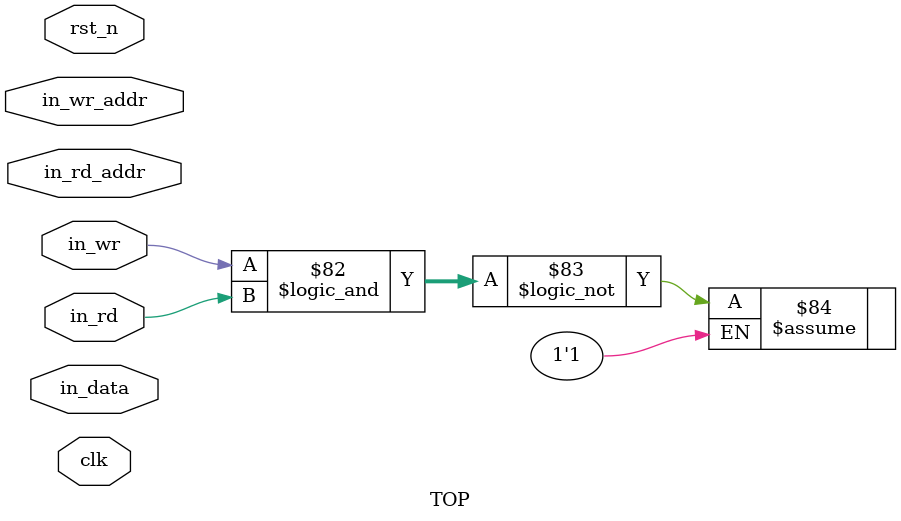
<source format=sv>
module TOP #(parameter WIDTH = 32, PSIZE = 4, DEPTH = 2**PSIZE) (
    input clk,
    input rst_n,
    input in_wr,
    input in_rd ,
    input [WIDTH-1:0] in_data,
    input [PSIZE-1:0] in_wr_addr ,
    input [PSIZE-1:0] in_rd_addr
);
reg [WIDTH-1:0] out_data;
integer i;
reg [WIDTH-1:0] mem [DEPTH-1:0];

always @(posedge clk) begin
    if(~rst_n) begin
        for(i=0; i<DEPTH; i++) begin
            mem[i] <= {WIDTH{1'b0}};
        end
    end else if(in_wr) begin
	if(in_wr_addr<(DEPTH/2)) begin
	    mem[in_wr_addr] <= in_data;
 	end else begin
	    mem[in_wr_addr] <= {in_data[WIDTH/2-1:0],in_data[WIDTH-1: WIDTH/2]};
	end
    end
end

always @(posedge clk)
    if(~rst_n)
        out_data <=  {WIDTH{1'b0}};
    else if(in_rd)
        out_data <= mem[in_rd_addr];


//assert
// reg [PSIZE-1:0] random_addr;
// reg [WIDTH-1:0] random_data;
// reg [PSIZE-1:0] random_addr_fail;
// reg [WIDTH-1:0] random_data_fail;

// asm1: assume property(@(posedge clk) $stable(random_addr));
// asm1b: assume property(@(posedge clk) $stable(random_addr_fail));
// asm2: assume property(@(posedge clk) (in_wr && in_rd) == 0);
assume property((in_wr && in_rd) == 0);

(* anyconst *) reg [PSIZE-1:0] random_addr;
(* anyconst *) reg [PSIZE-1:0] random_addr_fail;
reg [WIDTH-1:0] random_data;
reg [WIDTH-1:0] random_data_fail;
reg flag;
reg flag_fail;

initial begin
    assume(flag == 1'b0);
    assume(flag_fail == 1'b0);
    assume(~rst_n == 1'b1);
end

always @(posedge clk) begin
    if(~rst_n)
        random_data <= {WIDTH{1'b0}};
    else if(in_wr && (in_wr_addr == random_addr) && ( random_addr<(DEPTH/2))) begin
        random_data <= in_data;
    end else if(in_wr && (in_wr_addr == random_addr)) begin
        random_data <= {in_data[WIDTH/2-1: 0],in_data[WIDTH-1: WIDTH/2]};
    end
end

always @(posedge clk) begin
    if(~rst_n)
        random_data_fail <= {WIDTH{1'b0}};
    else if(in_wr && (in_wr_addr == random_addr) && (random_addr == random_addr_fail))
        random_data_fail <= {in_data[WIDTH/2-1: 0],in_data[WIDTH-1: WIDTH/2]};
    else if(in_wr && (in_wr_addr == random_addr) && ( random_addr<(DEPTH/2)))
        random_data_fail <= in_data;
    else if(in_wr && (in_wr_addr == random_addr))
        random_data_fail <= {in_data[WIDTH/2-1: 0],in_data[WIDTH-1: WIDTH/2]};
end

// ast1_pass:
always @(posedge clk) begin
    if (rst_n && in_rd && (in_rd_addr == random_addr)) begin
        flag <= 1'b1;
    end else begin
        flag <= 1'b0;
    end
    if (flag && rst_n) begin
        assert(random_data == out_data);
    end
    
    if (rst_n) begin
        assert(random_data == mem[random_addr]);
    end
end

// ast1_fail
// always @(posedge clk) begin
//     if (rst_n && in_rd && (in_rd_addr == random_addr)) begin
//         flag_fail <= 1'b1;
//     end else begin
//         flag_fail <= 1'b0;
//     end
//     if (flag && rst_n) begin
//         assert(random_data_fail == out_data);
//     end
// end

// ast1_pass: assert property(@(posedge clk) in_rd && (in_rd_addr == random_addr) |=> out_data == random_data);
// ast1_fail: assert property(@(posedge clk) in_rd && (in_rd_addr == random_addr) |=> out_data == random_data_fail);
	
endmodule

</source>
